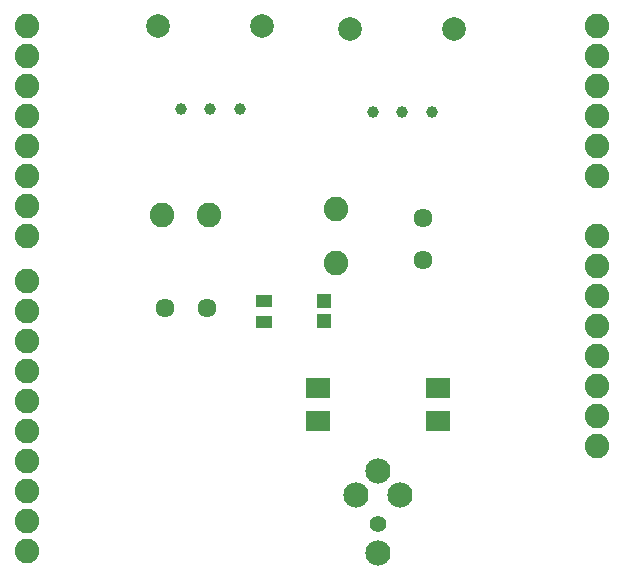
<source format=gts>
G75*
%MOIN*%
%OFA0B0*%
%FSLAX25Y25*%
%IPPOS*%
%LPD*%
%AMOC8*
5,1,8,0,0,1.08239X$1,22.5*
%
%ADD10C,0.08200*%
%ADD11C,0.06350*%
%ADD12C,0.07874*%
%ADD13C,0.03937*%
%ADD14C,0.08400*%
%ADD15C,0.05524*%
%ADD16R,0.07887X0.07099*%
%ADD17R,0.04737X0.05131*%
%ADD18R,0.05524X0.03950*%
D10*
X0042000Y0102524D03*
X0042000Y0112524D03*
X0042000Y0122524D03*
X0042000Y0132524D03*
X0042000Y0142524D03*
X0042000Y0152524D03*
X0042000Y0162524D03*
X0042000Y0172524D03*
X0042000Y0182524D03*
X0042000Y0192524D03*
X0042000Y0207524D03*
X0042000Y0217524D03*
X0042000Y0227524D03*
X0042000Y0237524D03*
X0042000Y0247524D03*
X0042000Y0257524D03*
X0042000Y0267524D03*
X0042000Y0277524D03*
X0087000Y0214524D03*
X0102500Y0214524D03*
X0145000Y0216524D03*
X0145000Y0198524D03*
X0232000Y0197524D03*
X0232000Y0207524D03*
X0232000Y0227524D03*
X0232000Y0237524D03*
X0232000Y0247524D03*
X0232000Y0257524D03*
X0232000Y0267524D03*
X0232000Y0277524D03*
X0232000Y0187524D03*
X0232000Y0177524D03*
X0232000Y0167524D03*
X0232000Y0157524D03*
X0232000Y0147524D03*
X0232000Y0137524D03*
D11*
X0174000Y0199524D03*
X0174000Y0213524D03*
X0102000Y0183524D03*
X0088000Y0183524D03*
D12*
X0085677Y0277524D03*
X0120323Y0277524D03*
X0149677Y0276524D03*
X0184323Y0276524D03*
D13*
X0176843Y0248965D03*
X0167000Y0248965D03*
X0157157Y0248965D03*
X0112843Y0249965D03*
X0103000Y0249965D03*
X0093157Y0249965D03*
D14*
X0159000Y0129240D03*
X0151717Y0121366D03*
X0166283Y0121366D03*
X0159000Y0102075D03*
D15*
X0159000Y0111524D03*
D16*
X0139000Y0146012D03*
X0139000Y0157035D03*
X0179000Y0157035D03*
X0179000Y0146012D03*
D17*
X0141000Y0179177D03*
X0141000Y0185870D03*
D18*
X0121000Y0186067D03*
X0121000Y0178980D03*
M02*

</source>
